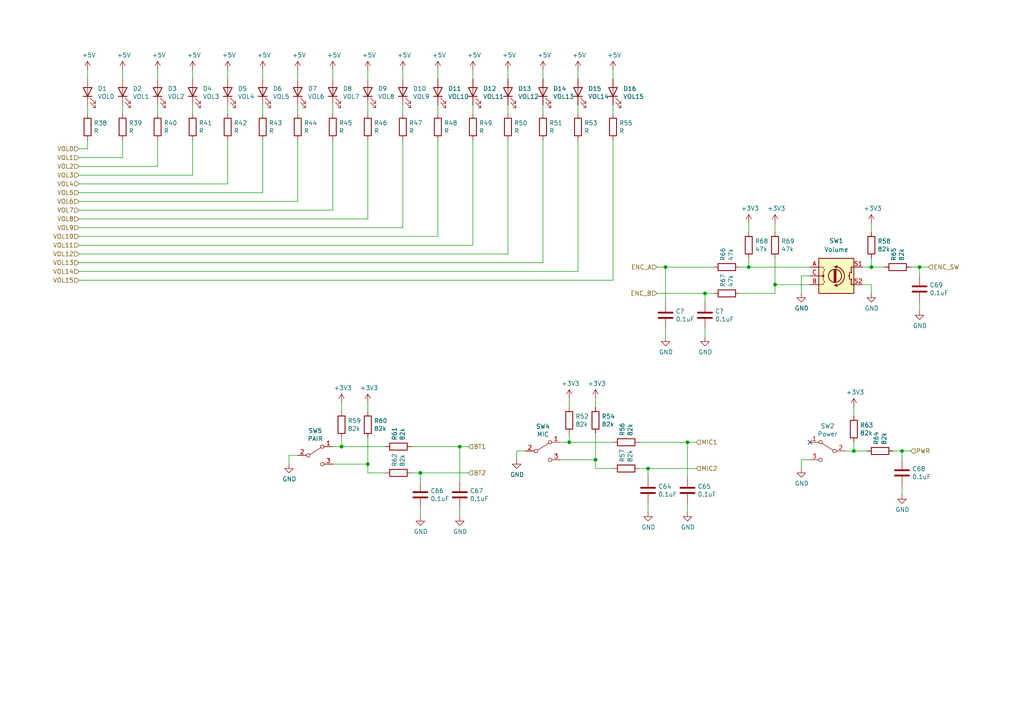
<source format=kicad_sch>
(kicad_sch (version 20201015) (generator eeschema)
  (page 1 7)
  (paper "A4")
  (lib_symbols
    (symbol "Device:C" (pin_numbers hide) (pin_names (offset 0.254))
      (property "Reference" "C" (at 0.635 2.54 0))
      (property "Value" "C" (at 0.635 -2.54 0))
      (symbol "C_0_1"
        (polyline (pts (xy -2.032 -0.762) (xy 2.032 -0.762)) (stroke (width 0.508)))
        (polyline (pts (xy -2.032 0.762) (xy 2.032 0.762)) (stroke (width 0.508)))
      )
      (symbol "C_1_1"
        (pin passive line (at 0 3.81 270) (length 2.794) (name "~") (number "1"))
        (pin passive line (at 0 -3.81 90) (length 2.794) (name "~") (number "2"))
      )
    )
    (symbol "Device:LED" (pin_numbers hide) (pin_names (offset 1.016) hide)
      (property "Reference" "D" (at 0 2.54 0))
      (property "Value" "LED" (at 0 -2.54 0))
      (symbol "LED_0_1"
        (polyline (pts (xy -1.27 -1.27) (xy -1.27 1.27)) (stroke (width 0.254)))
        (polyline (pts (xy -1.27 0) (xy 1.27 0)))
        (polyline (pts (xy 1.27 -1.27) (xy 1.27 1.27) (xy -1.27 0) (xy 1.27 -1.27)) (stroke (width 0.254)))
        (polyline (pts (xy -3.048 -0.762) (xy -4.572 -2.286) (xy -3.81 -2.286) (xy -4.572 -2.286) (xy -4.572 -1.524)))
        (polyline (pts (xy -1.778 -0.762) (xy -3.302 -2.286) (xy -2.54 -2.286) (xy -3.302 -2.286) (xy -3.302 -1.524)))
      )
      (symbol "LED_1_1"
        (pin passive line (at -3.81 0 0) (length 2.54) (name "K") (number "1"))
        (pin passive line (at 3.81 0 180) (length 2.54) (name "A") (number "2"))
      )
    )
    (symbol "Device:R" (pin_numbers hide) (pin_names (offset 0))
      (property "Reference" "R" (at 2.032 0 90))
      (property "Value" "R" (at 0 0 90))
      (symbol "R_0_1"
        (rectangle (start -1.016 -2.54) (end 1.016 2.54) (stroke (width 0.254)))
      )
      (symbol "R_1_1"
        (pin passive line (at 0 3.81 270) (length 1.27) (name "~") (number "1"))
        (pin passive line (at 0 -3.81 90) (length 1.27) (name "~") (number "2"))
      )
    )
    (symbol "Device:RotaryEncoder_Switch" (pin_names (offset 0.254) hide)
      (property "Reference" "SW" (at 0 6.604 0))
      (property "Value" "RotaryEncoder_Switch" (at 0 -6.604 0))
      (symbol "RotaryEncoder_Switch_0_1"
        (arc (start -0.381 -2.794) (end -0.381 2.667) (radius (at -0.381 -0.0508) (length 2.7432) (angles -89.9 89.9)) (stroke (width 0.254)))
        (circle (center -3.81 0) (radius 0.254) (fill (type outline)))
        (circle (center -0.381 0) (radius 1.905) (stroke (width 0.254)))
        (circle (center 4.318 -1.016) (radius 0.127) (stroke (width 0.254)))
        (circle (center 4.318 1.016) (radius 0.127) (stroke (width 0.254)))
        (rectangle (start -5.08 5.08) (end 5.08 -5.08) (stroke (width 0.254)) (fill (type background)))
        (polyline (pts (xy -0.635 -1.778) (xy -0.635 1.778)) (stroke (width 0.254)))
        (polyline (pts (xy -0.381 -1.778) (xy -0.381 1.778)) (stroke (width 0.254)))
        (polyline (pts (xy -0.127 1.778) (xy -0.127 -1.778)) (stroke (width 0.254)))
        (polyline (pts (xy 3.81 0) (xy 3.429 0)) (stroke (width 0.254)))
        (polyline (pts (xy 3.81 1.016) (xy 3.81 -1.016)) (stroke (width 0.254)))
        (polyline (pts (xy -5.08 -2.54) (xy -3.81 -2.54) (xy -3.81 -2.032)))
        (polyline (pts (xy -5.08 2.54) (xy -3.81 2.54) (xy -3.81 2.032)))
        (polyline (pts (xy 0.254 -3.048) (xy -0.508 -2.794) (xy 0.127 -2.413)) (stroke (width 0.254)))
        (polyline (pts (xy 0.254 2.921) (xy -0.508 2.667) (xy 0.127 2.286)) (stroke (width 0.254)))
        (polyline (pts (xy 5.08 -2.54) (xy 4.318 -2.54) (xy 4.318 -1.016)) (stroke (width 0.254)))
        (polyline (pts (xy 5.08 2.54) (xy 4.318 2.54) (xy 4.318 1.016)) (stroke (width 0.254)))
        (polyline (pts (xy -5.08 0) (xy -3.81 0) (xy -3.81 -1.016) (xy -3.302 -2.032)))
        (polyline (pts (xy -4.318 0) (xy -3.81 0) (xy -3.81 1.016) (xy -3.302 2.032)))
      )
      (symbol "RotaryEncoder_Switch_1_1"
        (pin passive line (at -7.62 2.54 0) (length 2.54) (name "A") (number "A"))
        (pin passive line (at -7.62 -2.54 0) (length 2.54) (name "B") (number "B"))
        (pin passive line (at -7.62 0 0) (length 2.54) (name "C") (number "C"))
        (pin passive line (at 7.62 2.54 180) (length 2.54) (name "S1") (number "S1"))
        (pin passive line (at 7.62 -2.54 180) (length 2.54) (name "S2") (number "S2"))
      )
    )
    (symbol "Switch:SW_SPDT" (pin_names (offset 0) hide)
      (property "Reference" "SW" (at 0 4.318 0))
      (property "Value" "SW_SPDT" (at 0 -5.08 0))
      (symbol "SW_SPDT_0_0"
        (circle (center -2.032 0) (radius 0.508))
        (circle (center 2.032 -2.54) (radius 0.508))
      )
      (symbol "SW_SPDT_0_1"
        (circle (center 2.032 2.54) (radius 0.508))
        (polyline (pts (xy -1.524 0.254) (xy 1.651 2.286)))
      )
      (symbol "SW_SPDT_1_1"
        (pin passive line (at 5.08 2.54 180) (length 2.54) (name "A") (number "1"))
        (pin passive line (at -5.08 0 0) (length 2.54) (name "B") (number "2"))
        (pin passive line (at 5.08 -2.54 180) (length 2.54) (name "C") (number "3"))
      )
    )
    (symbol "power:+3V3" (power) (pin_names (offset 0))
      (property "Value" "+3V3" (at 0 3.556 0))
      (symbol "+3V3_0_1"
        (polyline (pts (xy -0.762 1.27) (xy 0 2.54)))
        (polyline (pts (xy 0 0) (xy 0 2.54)))
        (polyline (pts (xy 0 2.54) (xy 0.762 1.27)))
      )
      (symbol "+3V3_1_1"
        (pin power_in line (at 0 0 90) (length 0) hide (name "+3V3") (number "1"))
      )
    )
    (symbol "power:+5V" (power) (pin_names (offset 0))
      (property "Value" "+5V" (at 0 3.556 0))
      (symbol "+5V_0_1"
        (polyline (pts (xy -0.762 1.27) (xy 0 2.54)))
        (polyline (pts (xy 0 0) (xy 0 2.54)))
        (polyline (pts (xy 0 2.54) (xy 0.762 1.27)))
      )
      (symbol "+5V_1_1"
        (pin power_in line (at 0 0 90) (length 0) hide (name "+5V") (number "1"))
      )
    )
    (symbol "power:GND" (power) (pin_names (offset 0))
      (property "Value" "GND" (at 0 -3.81 0))
      (symbol "GND_0_1"
        (polyline (pts (xy 0 0) (xy 0 -1.27) (xy 1.27 -1.27) (xy 0 -2.54) (xy -1.27 -1.27) (xy 0 -1.27)))
      )
      (symbol "GND_1_1"
        (pin power_in line (at 0 0 270) (length 0) hide (name "GND") (number "1"))
      )
    )
  )
  (junction (at 99.06 129.54) (diameter 0.9144))
  (junction (at 106.68 134.62) (diameter 0.9144))
  (junction (at 121.92 137.16) (diameter 0.9144))
  (junction (at 133.35 129.54) (diameter 0.9144))
  (junction (at 165.1 128.27) (diameter 0.9144))
  (junction (at 172.72 133.35) (diameter 0.9144))
  (junction (at 187.96 135.89) (diameter 0.9144))
  (junction (at 193.04 77.47) (diameter 0.9144))
  (junction (at 199.39 128.27) (diameter 0.9144))
  (junction (at 204.47 85.09) (diameter 0.9144))
  (junction (at 217.17 77.47) (diameter 0.9144))
  (junction (at 224.79 82.55) (diameter 0.9144))
  (junction (at 247.65 130.81) (diameter 0.9144))
  (junction (at 252.73 77.47) (diameter 0.9144))
  (junction (at 261.62 130.81) (diameter 0.9144))
  (junction (at 266.7 77.47) (diameter 0.9144))
  (no_connect (at 234.95 128.27))
  (wire (pts (xy 22.86 43.18) (xy 25.4 43.18)))
  (wire (pts (xy 22.86 45.72) (xy 35.56 45.72)))
  (wire (pts (xy 22.86 48.26) (xy 45.72 48.26)))
  (wire (pts (xy 22.86 50.8) (xy 55.88 50.8)))
  (wire (pts (xy 22.86 53.34) (xy 66.04 53.34)))
  (wire (pts (xy 22.86 55.88) (xy 76.2 55.88)))
  (wire (pts (xy 22.86 58.42) (xy 86.36 58.42)))
  (wire (pts (xy 22.86 60.96) (xy 96.52 60.96)))
  (wire (pts (xy 22.86 66.04) (xy 116.84 66.04)))
  (wire (pts (xy 22.86 71.12) (xy 137.16 71.12)))
  (wire (pts (xy 22.86 76.2) (xy 157.48 76.2)))
  (wire (pts (xy 22.86 78.74) (xy 167.64 78.74)))
  (wire (pts (xy 22.86 81.28) (xy 177.8 81.28)))
  (wire (pts (xy 25.4 20.32) (xy 25.4 22.86)))
  (wire (pts (xy 25.4 30.48) (xy 25.4 33.02)))
  (wire (pts (xy 25.4 43.18) (xy 25.4 40.64)))
  (wire (pts (xy 35.56 20.32) (xy 35.56 22.86)))
  (wire (pts (xy 35.56 30.48) (xy 35.56 33.02)))
  (wire (pts (xy 35.56 45.72) (xy 35.56 40.64)))
  (wire (pts (xy 45.72 20.32) (xy 45.72 22.86)))
  (wire (pts (xy 45.72 30.48) (xy 45.72 33.02)))
  (wire (pts (xy 45.72 48.26) (xy 45.72 40.64)))
  (wire (pts (xy 55.88 20.32) (xy 55.88 22.86)))
  (wire (pts (xy 55.88 30.48) (xy 55.88 33.02)))
  (wire (pts (xy 55.88 50.8) (xy 55.88 40.64)))
  (wire (pts (xy 66.04 20.32) (xy 66.04 22.86)))
  (wire (pts (xy 66.04 30.48) (xy 66.04 33.02)))
  (wire (pts (xy 66.04 53.34) (xy 66.04 40.64)))
  (wire (pts (xy 76.2 20.32) (xy 76.2 22.86)))
  (wire (pts (xy 76.2 30.48) (xy 76.2 33.02)))
  (wire (pts (xy 76.2 55.88) (xy 76.2 40.64)))
  (wire (pts (xy 83.82 132.08) (xy 83.82 134.62)))
  (wire (pts (xy 83.82 132.08) (xy 86.36 132.08)))
  (wire (pts (xy 86.36 20.32) (xy 86.36 22.86)))
  (wire (pts (xy 86.36 30.48) (xy 86.36 33.02)))
  (wire (pts (xy 86.36 58.42) (xy 86.36 40.64)))
  (wire (pts (xy 96.52 20.32) (xy 96.52 22.86)))
  (wire (pts (xy 96.52 30.48) (xy 96.52 33.02)))
  (wire (pts (xy 96.52 60.96) (xy 96.52 40.64)))
  (wire (pts (xy 96.52 129.54) (xy 99.06 129.54)))
  (wire (pts (xy 96.52 134.62) (xy 106.68 134.62)))
  (wire (pts (xy 99.06 116.84) (xy 99.06 119.38)))
  (wire (pts (xy 99.06 127) (xy 99.06 129.54)))
  (wire (pts (xy 99.06 129.54) (xy 111.76 129.54)))
  (wire (pts (xy 106.68 20.32) (xy 106.68 22.86)))
  (wire (pts (xy 106.68 30.48) (xy 106.68 33.02)))
  (wire (pts (xy 106.68 40.64) (xy 106.68 63.5)))
  (wire (pts (xy 106.68 63.5) (xy 22.86 63.5)))
  (wire (pts (xy 106.68 116.84) (xy 106.68 119.38)))
  (wire (pts (xy 106.68 134.62) (xy 106.68 127)))
  (wire (pts (xy 106.68 134.62) (xy 106.68 137.16)))
  (wire (pts (xy 106.68 137.16) (xy 111.76 137.16)))
  (wire (pts (xy 116.84 20.32) (xy 116.84 22.86)))
  (wire (pts (xy 116.84 30.48) (xy 116.84 33.02)))
  (wire (pts (xy 116.84 66.04) (xy 116.84 40.64)))
  (wire (pts (xy 121.92 137.16) (xy 119.38 137.16)))
  (wire (pts (xy 121.92 137.16) (xy 135.89 137.16)))
  (wire (pts (xy 121.92 139.7) (xy 121.92 137.16)))
  (wire (pts (xy 121.92 147.32) (xy 121.92 149.86)))
  (wire (pts (xy 127 20.32) (xy 127 22.86)))
  (wire (pts (xy 127 30.48) (xy 127 33.02)))
  (wire (pts (xy 127 40.64) (xy 127 68.58)))
  (wire (pts (xy 127 68.58) (xy 22.86 68.58)))
  (wire (pts (xy 133.35 129.54) (xy 119.38 129.54)))
  (wire (pts (xy 133.35 129.54) (xy 135.89 129.54)))
  (wire (pts (xy 133.35 139.7) (xy 133.35 129.54)))
  (wire (pts (xy 133.35 147.32) (xy 133.35 149.86)))
  (wire (pts (xy 137.16 20.32) (xy 137.16 22.86)))
  (wire (pts (xy 137.16 30.48) (xy 137.16 33.02)))
  (wire (pts (xy 137.16 71.12) (xy 137.16 40.64)))
  (wire (pts (xy 147.32 20.32) (xy 147.32 22.86)))
  (wire (pts (xy 147.32 30.48) (xy 147.32 33.02)))
  (wire (pts (xy 147.32 40.64) (xy 147.32 73.66)))
  (wire (pts (xy 147.32 73.66) (xy 22.86 73.66)))
  (wire (pts (xy 149.86 130.81) (xy 149.86 133.35)))
  (wire (pts (xy 149.86 130.81) (xy 152.4 130.81)))
  (wire (pts (xy 157.48 20.32) (xy 157.48 22.86)))
  (wire (pts (xy 157.48 30.48) (xy 157.48 33.02)))
  (wire (pts (xy 157.48 76.2) (xy 157.48 40.64)))
  (wire (pts (xy 162.56 128.27) (xy 165.1 128.27)))
  (wire (pts (xy 162.56 133.35) (xy 172.72 133.35)))
  (wire (pts (xy 165.1 115.57) (xy 165.1 118.11)))
  (wire (pts (xy 165.1 125.73) (xy 165.1 128.27)))
  (wire (pts (xy 165.1 128.27) (xy 177.8 128.27)))
  (wire (pts (xy 167.64 20.32) (xy 167.64 22.86)))
  (wire (pts (xy 167.64 30.48) (xy 167.64 33.02)))
  (wire (pts (xy 167.64 78.74) (xy 167.64 40.64)))
  (wire (pts (xy 172.72 115.57) (xy 172.72 118.11)))
  (wire (pts (xy 172.72 133.35) (xy 172.72 125.73)))
  (wire (pts (xy 172.72 133.35) (xy 172.72 135.89)))
  (wire (pts (xy 172.72 135.89) (xy 177.8 135.89)))
  (wire (pts (xy 177.8 20.32) (xy 177.8 22.86)))
  (wire (pts (xy 177.8 30.48) (xy 177.8 33.02)))
  (wire (pts (xy 177.8 81.28) (xy 177.8 40.64)))
  (wire (pts (xy 187.96 135.89) (xy 185.42 135.89)))
  (wire (pts (xy 187.96 135.89) (xy 201.93 135.89)))
  (wire (pts (xy 187.96 138.43) (xy 187.96 135.89)))
  (wire (pts (xy 187.96 146.05) (xy 187.96 148.59)))
  (wire (pts (xy 190.5 77.47) (xy 193.04 77.47)))
  (wire (pts (xy 190.5 85.09) (xy 204.47 85.09)))
  (wire (pts (xy 193.04 77.47) (xy 193.04 87.63)))
  (wire (pts (xy 193.04 77.47) (xy 207.01 77.47)))
  (wire (pts (xy 193.04 95.25) (xy 193.04 97.79)))
  (wire (pts (xy 199.39 128.27) (xy 185.42 128.27)))
  (wire (pts (xy 199.39 128.27) (xy 201.93 128.27)))
  (wire (pts (xy 199.39 138.43) (xy 199.39 128.27)))
  (wire (pts (xy 199.39 146.05) (xy 199.39 148.59)))
  (wire (pts (xy 204.47 85.09) (xy 204.47 87.63)))
  (wire (pts (xy 204.47 85.09) (xy 207.01 85.09)))
  (wire (pts (xy 204.47 95.25) (xy 204.47 97.79)))
  (wire (pts (xy 214.63 77.47) (xy 217.17 77.47)))
  (wire (pts (xy 217.17 64.77) (xy 217.17 67.31)))
  (wire (pts (xy 217.17 77.47) (xy 217.17 74.93)))
  (wire (pts (xy 217.17 77.47) (xy 234.95 77.47)))
  (wire (pts (xy 224.79 64.77) (xy 224.79 67.31)))
  (wire (pts (xy 224.79 74.93) (xy 224.79 82.55)))
  (wire (pts (xy 224.79 82.55) (xy 224.79 85.09)))
  (wire (pts (xy 224.79 82.55) (xy 234.95 82.55)))
  (wire (pts (xy 224.79 85.09) (xy 214.63 85.09)))
  (wire (pts (xy 232.41 80.01) (xy 232.41 85.09)))
  (wire (pts (xy 232.41 80.01) (xy 234.95 80.01)))
  (wire (pts (xy 232.41 133.35) (xy 232.41 135.89)))
  (wire (pts (xy 232.41 133.35) (xy 234.95 133.35)))
  (wire (pts (xy 245.11 130.81) (xy 247.65 130.81)))
  (wire (pts (xy 247.65 118.11) (xy 247.65 120.65)))
  (wire (pts (xy 247.65 128.27) (xy 247.65 130.81)))
  (wire (pts (xy 247.65 130.81) (xy 251.46 130.81)))
  (wire (pts (xy 250.19 77.47) (xy 252.73 77.47)))
  (wire (pts (xy 250.19 82.55) (xy 252.73 82.55)))
  (wire (pts (xy 252.73 64.77) (xy 252.73 67.31)))
  (wire (pts (xy 252.73 74.93) (xy 252.73 77.47)))
  (wire (pts (xy 252.73 77.47) (xy 256.54 77.47)))
  (wire (pts (xy 252.73 82.55) (xy 252.73 85.09)))
  (wire (pts (xy 261.62 130.81) (xy 259.08 130.81)))
  (wire (pts (xy 261.62 130.81) (xy 264.16 130.81)))
  (wire (pts (xy 261.62 133.35) (xy 261.62 130.81)))
  (wire (pts (xy 261.62 140.97) (xy 261.62 143.51)))
  (wire (pts (xy 266.7 77.47) (xy 264.16 77.47)))
  (wire (pts (xy 266.7 77.47) (xy 269.24 77.47)))
  (wire (pts (xy 266.7 80.01) (xy 266.7 77.47)))
  (wire (pts (xy 266.7 87.63) (xy 266.7 90.17)))
  (hierarchical_label "VOL0" (shape input) (at 22.86 43.18 180))
  (hierarchical_label "VOL1" (shape input) (at 22.86 45.72 180))
  (hierarchical_label "VOL2" (shape input) (at 22.86 48.26 180))
  (hierarchical_label "VOL3" (shape input) (at 22.86 50.8 180))
  (hierarchical_label "VOL4" (shape input) (at 22.86 53.34 180))
  (hierarchical_label "VOL5" (shape input) (at 22.86 55.88 180))
  (hierarchical_label "VOL6" (shape input) (at 22.86 58.42 180))
  (hierarchical_label "VOL7" (shape input) (at 22.86 60.96 180))
  (hierarchical_label "VOL8" (shape input) (at 22.86 63.5 180))
  (hierarchical_label "VOL9" (shape input) (at 22.86 66.04 180))
  (hierarchical_label "VOL10" (shape input) (at 22.86 68.58 180))
  (hierarchical_label "VOL11" (shape input) (at 22.86 71.12 180))
  (hierarchical_label "VOL12" (shape input) (at 22.86 73.66 180))
  (hierarchical_label "VOL13" (shape input) (at 22.86 76.2 180))
  (hierarchical_label "VOL14" (shape input) (at 22.86 78.74 180))
  (hierarchical_label "VOL15" (shape input) (at 22.86 81.28 180))
  (hierarchical_label "BT1" (shape input) (at 135.89 129.54 0))
  (hierarchical_label "BT2" (shape input) (at 135.89 137.16 0))
  (hierarchical_label "ENC_A" (shape input) (at 190.5 77.47 180))
  (hierarchical_label "ENC_B" (shape input) (at 190.5 85.09 180))
  (hierarchical_label "MIC1" (shape input) (at 201.93 128.27 0))
  (hierarchical_label "MIC2" (shape input) (at 201.93 135.89 0))
  (hierarchical_label "PWR" (shape input) (at 264.16 130.81 0))
  (hierarchical_label "ENC_SW" (shape input) (at 269.24 77.47 0))
  (symbol (lib_id "power:+5V") (at 25.4 20.32 0) (unit 1)
    (property "Reference" "#PWR0193" (effects hide))
    (property "Value" "+5V" (at 25.7683 15.9956 0))
  )
  (symbol (lib_id "power:+5V") (at 35.56 20.32 0) (unit 1)
    (property "Reference" "#PWR0194" (effects hide))
    (property "Value" "+5V" (at 35.9283 15.9956 0))
  )
  (symbol (lib_id "power:+5V") (at 45.72 20.32 0) (unit 1)
    (property "Reference" "#PWR0190" (effects hide))
    (property "Value" "+5V" (at 46.0883 15.9956 0))
  )
  (symbol (lib_id "power:+5V") (at 55.88 20.32 0) (unit 1)
    (property "Reference" "#PWR0188" (effects hide))
    (property "Value" "+5V" (at 56.2483 15.9956 0))
  )
  (symbol (lib_id "power:+5V") (at 66.04 20.32 0) (unit 1)
    (property "Reference" "#PWR0189" (effects hide))
    (property "Value" "+5V" (at 66.4083 15.9956 0))
  )
  (symbol (lib_id "power:+5V") (at 76.2 20.32 0) (unit 1)
    (property "Reference" "#PWR0186" (effects hide))
    (property "Value" "+5V" (at 76.5683 15.9956 0))
  )
  (symbol (lib_id "power:+5V") (at 86.36 20.32 0) (unit 1)
    (property "Reference" "#PWR0187" (effects hide))
    (property "Value" "+5V" (at 86.7283 15.9956 0))
  )
  (symbol (lib_id "power:+5V") (at 96.52 20.32 0) (unit 1)
    (property "Reference" "#PWR0192" (effects hide))
    (property "Value" "+5V" (at 96.8883 15.9956 0))
  )
  (symbol (lib_id "power:+3V3") (at 99.06 116.84 0) (unit 1)
    (property "Reference" "#PWR0203" (effects hide))
    (property "Value" "+3V3" (at 99.4283 112.5156 0))
  )
  (symbol (lib_id "power:+5V") (at 106.68 20.32 0) (unit 1)
    (property "Reference" "#PWR0191" (effects hide))
    (property "Value" "+5V" (at 107.0483 15.9956 0))
  )
  (symbol (lib_id "power:+3V3") (at 106.68 116.84 0) (unit 1)
    (property "Reference" "#PWR0202" (effects hide))
    (property "Value" "+3V3" (at 107.0483 112.5156 0))
  )
  (symbol (lib_id "power:+5V") (at 116.84 20.32 0) (unit 1)
    (property "Reference" "#PWR0183" (effects hide))
    (property "Value" "+5V" (at 117.2083 15.9956 0))
  )
  (symbol (lib_id "power:+5V") (at 127 20.32 0) (unit 1)
    (property "Reference" "#PWR0185" (effects hide))
    (property "Value" "+5V" (at 127.3683 15.9956 0))
  )
  (symbol (lib_id "power:+5V") (at 137.16 20.32 0) (unit 1)
    (property "Reference" "#PWR0184" (effects hide))
    (property "Value" "+5V" (at 137.5283 15.9956 0))
  )
  (symbol (lib_id "power:+5V") (at 147.32 20.32 0) (unit 1)
    (property "Reference" "#PWR0179" (effects hide))
    (property "Value" "+5V" (at 147.6883 15.9956 0))
  )
  (symbol (lib_id "power:+5V") (at 157.48 20.32 0) (unit 1)
    (property "Reference" "#PWR0180" (effects hide))
    (property "Value" "+5V" (at 157.8483 15.9956 0))
  )
  (symbol (lib_id "power:+3V3") (at 165.1 115.57 0) (unit 1)
    (property "Reference" "#PWR0195" (effects hide))
    (property "Value" "+3V3" (at 165.4683 111.2456 0))
  )
  (symbol (lib_id "power:+5V") (at 167.64 20.32 0) (unit 1)
    (property "Reference" "#PWR0181" (effects hide))
    (property "Value" "+5V" (at 168.0083 15.9956 0))
  )
  (symbol (lib_id "power:+3V3") (at 172.72 115.57 0) (unit 1)
    (property "Reference" "#PWR0196" (effects hide))
    (property "Value" "+3V3" (at 173.0883 111.2456 0))
  )
  (symbol (lib_id "power:+5V") (at 177.8 20.32 0) (unit 1)
    (property "Reference" "#PWR0182" (effects hide))
    (property "Value" "+5V" (at 178.1683 15.9956 0))
  )
  (symbol (lib_id "power:+3V3") (at 217.17 64.77 0) (unit 1)
    (property "Reference" "#PWR0210" (effects hide))
    (property "Value" "+3V3" (at 217.5383 60.4456 0))
  )
  (symbol (lib_id "power:+3V3") (at 224.79 64.77 0) (unit 1)
    (property "Reference" "#PWR0211" (effects hide))
    (property "Value" "+3V3" (at 225.1583 60.4456 0))
  )
  (symbol (lib_id "power:+3V3") (at 247.65 118.11 0) (unit 1)
    (property "Reference" "#PWR0206" (effects hide))
    (property "Value" "+3V3" (at 248.0183 113.7856 0))
  )
  (symbol (lib_id "power:+3V3") (at 252.73 64.77 0) (unit 1)
    (property "Reference" "#PWR0207" (effects hide))
    (property "Value" "+3V3" (at 253.0983 60.4456 0))
  )
  (symbol (lib_id "power:GND") (at 83.82 134.62 0) (unit 1)
    (property "Reference" "#PWR0178" (effects hide))
    (property "Value" "GND" (at 83.9343 138.9444 0))
  )
  (symbol (lib_id "power:GND") (at 121.92 149.86 0) (unit 1)
    (property "Reference" "#PWR0197" (effects hide))
    (property "Value" "GND" (at 122.0343 154.1844 0))
  )
  (symbol (lib_id "power:GND") (at 133.35 149.86 0) (unit 1)
    (property "Reference" "#PWR0201" (effects hide))
    (property "Value" "GND" (at 133.4643 154.1844 0))
  )
  (symbol (lib_id "power:GND") (at 149.86 133.35 0) (unit 1)
    (property "Reference" "#PWR0162" (effects hide))
    (property "Value" "GND" (at 149.9743 137.6744 0))
  )
  (symbol (lib_id "power:GND") (at 187.96 148.59 0) (unit 1)
    (property "Reference" "#PWR0199" (effects hide))
    (property "Value" "GND" (at 188.0743 152.9144 0))
  )
  (symbol (lib_id "power:GND") (at 193.04 97.79 0) (unit 1)
    (property "Reference" "#PWR?" (effects hide))
    (property "Value" "GND" (at 193.1543 102.1144 0))
  )
  (symbol (lib_id "power:GND") (at 199.39 148.59 0) (unit 1)
    (property "Reference" "#PWR0200" (effects hide))
    (property "Value" "GND" (at 199.5043 152.9144 0))
  )
  (symbol (lib_id "power:GND") (at 204.47 97.79 0) (unit 1)
    (property "Reference" "#PWR?" (effects hide))
    (property "Value" "GND" (at 204.5843 102.1144 0))
  )
  (symbol (lib_id "power:GND") (at 232.41 85.09 0) (unit 1)
    (property "Reference" "#PWR0198" (effects hide))
    (property "Value" "GND" (at 232.5243 89.4144 0))
  )
  (symbol (lib_id "power:GND") (at 232.41 135.89 0) (unit 1)
    (property "Reference" "#PWR0204" (effects hide))
    (property "Value" "GND" (at 232.5243 140.2144 0))
  )
  (symbol (lib_id "power:GND") (at 252.73 85.09 0) (unit 1)
    (property "Reference" "#PWR0208" (effects hide))
    (property "Value" "GND" (at 252.8443 89.4144 0))
  )
  (symbol (lib_id "power:GND") (at 261.62 143.51 0) (unit 1)
    (property "Reference" "#PWR0205" (effects hide))
    (property "Value" "GND" (at 261.7343 147.8344 0))
  )
  (symbol (lib_id "power:GND") (at 266.7 90.17 0) (unit 1)
    (property "Reference" "#PWR0209" (effects hide))
    (property "Value" "GND" (at 266.8143 94.4944 0))
  )
  (symbol (lib_id "Device:R") (at 25.4 36.83 0) (unit 1)
    (property "Reference" "R38" (at 27.1781 35.6806 0) (effects (justify left)))
    (property "Value" "R" (at 27.1781 37.9793 0) (effects (justify left)))
    (property "Footprint" "Resistor_SMD:R_0603_1608Metric" (effects hide))
  )
  (symbol (lib_id "Device:R") (at 35.56 36.83 0) (unit 1)
    (property "Reference" "R39" (at 37.3381 35.6806 0) (effects (justify left)))
    (property "Value" "R" (at 37.3381 37.9793 0) (effects (justify left)))
    (property "Footprint" "Resistor_SMD:R_0603_1608Metric" (effects hide))
  )
  (symbol (lib_id "Device:R") (at 45.72 36.83 0) (unit 1)
    (property "Reference" "R40" (at 47.4981 35.6806 0) (effects (justify left)))
    (property "Value" "R" (at 47.4981 37.9793 0) (effects (justify left)))
    (property "Footprint" "Resistor_SMD:R_0603_1608Metric" (effects hide))
  )
  (symbol (lib_id "Device:R") (at 55.88 36.83 0) (unit 1)
    (property "Reference" "R41" (at 57.6581 35.6806 0) (effects (justify left)))
    (property "Value" "R" (at 57.6581 37.9793 0) (effects (justify left)))
    (property "Footprint" "Resistor_SMD:R_0603_1608Metric" (effects hide))
  )
  (symbol (lib_id "Device:R") (at 66.04 36.83 0) (unit 1)
    (property "Reference" "R42" (at 67.8181 35.6806 0) (effects (justify left)))
    (property "Value" "R" (at 67.8181 37.9793 0) (effects (justify left)))
    (property "Footprint" "Resistor_SMD:R_0603_1608Metric" (effects hide))
  )
  (symbol (lib_id "Device:R") (at 76.2 36.83 0) (unit 1)
    (property "Reference" "R43" (at 77.9781 35.6806 0) (effects (justify left)))
    (property "Value" "R" (at 77.9781 37.9793 0) (effects (justify left)))
    (property "Footprint" "Resistor_SMD:R_0603_1608Metric" (effects hide))
  )
  (symbol (lib_id "Device:R") (at 86.36 36.83 0) (unit 1)
    (property "Reference" "R44" (at 88.1381 35.6806 0) (effects (justify left)))
    (property "Value" "R" (at 88.1381 37.9793 0) (effects (justify left)))
    (property "Footprint" "Resistor_SMD:R_0603_1608Metric" (effects hide))
  )
  (symbol (lib_id "Device:R") (at 96.52 36.83 0) (unit 1)
    (property "Reference" "R45" (at 98.2981 35.6806 0) (effects (justify left)))
    (property "Value" "R" (at 98.2981 37.9793 0) (effects (justify left)))
    (property "Footprint" "Resistor_SMD:R_0603_1608Metric" (effects hide))
  )
  (symbol (lib_id "Device:R") (at 99.06 123.19 0) (unit 1)
    (property "Reference" "R59" (at 100.8381 122.0406 0) (effects (justify left)))
    (property "Value" "82k" (at 100.838 124.339 0) (effects (justify left)))
    (property "Footprint" "Resistor_SMD:R_0603_1608Metric" (effects hide))
  )
  (symbol (lib_id "Device:R") (at 106.68 36.83 0) (unit 1)
    (property "Reference" "R46" (at 108.4581 35.6806 0) (effects (justify left)))
    (property "Value" "R" (at 108.4581 37.9793 0) (effects (justify left)))
    (property "Footprint" "Resistor_SMD:R_0603_1608Metric" (effects hide))
  )
  (symbol (lib_id "Device:R") (at 106.68 123.19 0) (unit 1)
    (property "Reference" "R60" (at 108.4581 122.0406 0) (effects (justify left)))
    (property "Value" "82k" (at 108.458 124.339 0) (effects (justify left)))
    (property "Footprint" "Resistor_SMD:R_0603_1608Metric" (effects hide))
  )
  (symbol (lib_id "Device:R") (at 115.57 129.54 90) (unit 1)
    (property "Reference" "R61" (at 114.4206 127.7619 0) (effects (justify left)))
    (property "Value" "82k" (at 116.719 127.762 0) (effects (justify left)))
    (property "Footprint" "Resistor_SMD:R_0603_1608Metric" (effects hide))
  )
  (symbol (lib_id "Device:R") (at 115.57 137.16 90) (unit 1)
    (property "Reference" "R62" (at 114.4206 135.3819 0) (effects (justify left)))
    (property "Value" "82k" (at 116.719 135.382 0) (effects (justify left)))
    (property "Footprint" "Resistor_SMD:R_0603_1608Metric" (effects hide))
  )
  (symbol (lib_id "Device:R") (at 116.84 36.83 0) (unit 1)
    (property "Reference" "R47" (at 118.6181 35.6806 0) (effects (justify left)))
    (property "Value" "R" (at 118.6181 37.9793 0) (effects (justify left)))
    (property "Footprint" "Resistor_SMD:R_0603_1608Metric" (effects hide))
  )
  (symbol (lib_id "Device:R") (at 127 36.83 0) (unit 1)
    (property "Reference" "R48" (at 128.7781 35.6806 0) (effects (justify left)))
    (property "Value" "R" (at 128.7781 37.9793 0) (effects (justify left)))
    (property "Footprint" "Resistor_SMD:R_0603_1608Metric" (effects hide))
  )
  (symbol (lib_id "Device:R") (at 137.16 36.83 0) (unit 1)
    (property "Reference" "R49" (at 138.9381 35.6806 0) (effects (justify left)))
    (property "Value" "R" (at 138.9381 37.9793 0) (effects (justify left)))
    (property "Footprint" "Resistor_SMD:R_0603_1608Metric" (effects hide))
  )
  (symbol (lib_id "Device:R") (at 147.32 36.83 0) (unit 1)
    (property "Reference" "R50" (at 149.0981 35.6806 0) (effects (justify left)))
    (property "Value" "R" (at 149.0981 37.9793 0) (effects (justify left)))
    (property "Footprint" "Resistor_SMD:R_0603_1608Metric" (effects hide))
  )
  (symbol (lib_id "Device:R") (at 157.48 36.83 0) (unit 1)
    (property "Reference" "R51" (at 159.2581 35.6806 0) (effects (justify left)))
    (property "Value" "R" (at 159.2581 37.9793 0) (effects (justify left)))
    (property "Footprint" "Resistor_SMD:R_0603_1608Metric" (effects hide))
  )
  (symbol (lib_id "Device:R") (at 165.1 121.92 0) (unit 1)
    (property "Reference" "R52" (at 166.8781 120.7706 0) (effects (justify left)))
    (property "Value" "82k" (at 166.878 123.069 0) (effects (justify left)))
    (property "Footprint" "Resistor_SMD:R_0603_1608Metric" (effects hide))
  )
  (symbol (lib_id "Device:R") (at 167.64 36.83 0) (unit 1)
    (property "Reference" "R53" (at 169.4181 35.6806 0) (effects (justify left)))
    (property "Value" "R" (at 169.4181 37.9793 0) (effects (justify left)))
    (property "Footprint" "Resistor_SMD:R_0603_1608Metric" (effects hide))
  )
  (symbol (lib_id "Device:R") (at 172.72 121.92 0) (unit 1)
    (property "Reference" "R54" (at 174.4981 120.7706 0) (effects (justify left)))
    (property "Value" "82k" (at 174.498 123.069 0) (effects (justify left)))
    (property "Footprint" "Resistor_SMD:R_0603_1608Metric" (effects hide))
  )
  (symbol (lib_id "Device:R") (at 177.8 36.83 0) (unit 1)
    (property "Reference" "R55" (at 179.5781 35.6806 0) (effects (justify left)))
    (property "Value" "R" (at 179.5781 37.9793 0) (effects (justify left)))
    (property "Footprint" "Resistor_SMD:R_0603_1608Metric" (effects hide))
  )
  (symbol (lib_id "Device:R") (at 181.61 128.27 90) (unit 1)
    (property "Reference" "R56" (at 180.4606 126.4919 0) (effects (justify left)))
    (property "Value" "82k" (at 182.759 126.492 0) (effects (justify left)))
    (property "Footprint" "Resistor_SMD:R_0603_1608Metric" (effects hide))
  )
  (symbol (lib_id "Device:R") (at 181.61 135.89 90) (unit 1)
    (property "Reference" "R57" (at 180.4606 134.1119 0) (effects (justify left)))
    (property "Value" "82k" (at 182.759 134.112 0) (effects (justify left)))
    (property "Footprint" "Resistor_SMD:R_0603_1608Metric" (effects hide))
  )
  (symbol (lib_id "Device:R") (at 210.82 77.47 90) (unit 1)
    (property "Reference" "R66" (at 209.6706 75.6919 0) (effects (justify left)))
    (property "Value" "47k" (at 211.969 75.692 0) (effects (justify left)))
    (property "Footprint" "Resistor_SMD:R_0603_1608Metric" (effects hide))
  )
  (symbol (lib_id "Device:R") (at 210.82 85.09 90) (unit 1)
    (property "Reference" "R67" (at 209.6706 83.3119 0) (effects (justify left)))
    (property "Value" "47k" (at 211.969 83.312 0) (effects (justify left)))
    (property "Footprint" "Resistor_SMD:R_0603_1608Metric" (effects hide))
  )
  (symbol (lib_id "Device:R") (at 217.17 71.12 0) (unit 1)
    (property "Reference" "R68" (at 218.9481 69.9706 0) (effects (justify left)))
    (property "Value" "47k" (at 218.948 72.269 0) (effects (justify left)))
    (property "Footprint" "Resistor_SMD:R_0603_1608Metric" (effects hide))
  )
  (symbol (lib_id "Device:R") (at 224.79 71.12 0) (unit 1)
    (property "Reference" "R69" (at 226.5681 69.9706 0) (effects (justify left)))
    (property "Value" "47k" (at 226.568 72.269 0) (effects (justify left)))
    (property "Footprint" "Resistor_SMD:R_0603_1608Metric" (effects hide))
  )
  (symbol (lib_id "Device:R") (at 247.65 124.46 0) (unit 1)
    (property "Reference" "R63" (at 249.4281 123.3106 0) (effects (justify left)))
    (property "Value" "82k" (at 249.428 125.609 0) (effects (justify left)))
    (property "Footprint" "Resistor_SMD:R_0603_1608Metric" (effects hide))
  )
  (symbol (lib_id "Device:R") (at 252.73 71.12 0) (unit 1)
    (property "Reference" "R58" (at 254.5081 69.9706 0) (effects (justify left)))
    (property "Value" "82k" (at 254.508 72.269 0) (effects (justify left)))
    (property "Footprint" "Resistor_SMD:R_0603_1608Metric" (effects hide))
  )
  (symbol (lib_id "Device:R") (at 255.27 130.81 90) (unit 1)
    (property "Reference" "R64" (at 254.1206 129.0319 0) (effects (justify left)))
    (property "Value" "82k" (at 256.419 129.032 0) (effects (justify left)))
    (property "Footprint" "Resistor_SMD:R_0603_1608Metric" (effects hide))
  )
  (symbol (lib_id "Device:R") (at 260.35 77.47 90) (unit 1)
    (property "Reference" "R65" (at 259.2006 75.6919 0) (effects (justify left)))
    (property "Value" "82k" (at 261.499 75.692 0) (effects (justify left)))
    (property "Footprint" "Resistor_SMD:R_0603_1608Metric" (effects hide))
  )
  (symbol (lib_id "Device:LED") (at 25.4 26.67 90) (unit 1)
    (property "Reference" "D1" (at 28.3211 25.7111 90) (effects (justify right)))
    (property "Value" "VOL0" (at 28.321 28.01 90) (effects (justify right)))
    (property "Footprint" "HackAmp-Footprints:LED_0603_1608Metric_SideView_Inolux" (effects hide))
    (property "Part Name" "Inolux IN-S63AS5B" (effects hide))
  )
  (symbol (lib_id "Device:LED") (at 35.56 26.67 90) (unit 1)
    (property "Reference" "D2" (at 38.4811 25.7111 90) (effects (justify right)))
    (property "Value" "VOL1" (at 38.481 28.01 90) (effects (justify right)))
    (property "Footprint" "HackAmp-Footprints:LED_0603_1608Metric_SideView_Inolux" (effects hide))
    (property "Part Name" "Inolux IN-S63AS5B" (effects hide))
  )
  (symbol (lib_id "Device:LED") (at 45.72 26.67 90) (unit 1)
    (property "Reference" "D3" (at 48.6411 25.7111 90) (effects (justify right)))
    (property "Value" "VOL2" (at 48.641 28.01 90) (effects (justify right)))
    (property "Footprint" "HackAmp-Footprints:LED_0603_1608Metric_SideView_Inolux" (effects hide))
    (property "Part Name" "Inolux IN-S63AS5B" (effects hide))
  )
  (symbol (lib_id "Device:LED") (at 55.88 26.67 90) (unit 1)
    (property "Reference" "D4" (at 58.8011 25.7111 90) (effects (justify right)))
    (property "Value" "VOL3" (at 58.801 28.01 90) (effects (justify right)))
    (property "Footprint" "HackAmp-Footprints:LED_0603_1608Metric_SideView_Inolux" (effects hide))
    (property "Part Name" "Inolux IN-S63AS5B" (effects hide))
  )
  (symbol (lib_id "Device:LED") (at 66.04 26.67 90) (unit 1)
    (property "Reference" "D5" (at 68.9611 25.7111 90) (effects (justify right)))
    (property "Value" "VOL4" (at 68.961 28.01 90) (effects (justify right)))
    (property "Footprint" "HackAmp-Footprints:LED_0603_1608Metric_SideView_Inolux" (effects hide))
    (property "Part Name" "Inolux IN-S63AS5B" (effects hide))
  )
  (symbol (lib_id "Device:LED") (at 76.2 26.67 90) (unit 1)
    (property "Reference" "D6" (at 79.1211 25.7111 90) (effects (justify right)))
    (property "Value" "VOL5" (at 79.121 28.01 90) (effects (justify right)))
    (property "Footprint" "HackAmp-Footprints:LED_0603_1608Metric_SideView_Inolux" (effects hide))
    (property "Part Name" "Inolux IN-S63AS5B" (effects hide))
  )
  (symbol (lib_id "Device:LED") (at 86.36 26.67 90) (unit 1)
    (property "Reference" "D7" (at 89.2811 25.7111 90) (effects (justify right)))
    (property "Value" "VOL6" (at 89.281 28.01 90) (effects (justify right)))
    (property "Footprint" "HackAmp-Footprints:LED_0603_1608Metric_SideView_Inolux" (effects hide))
    (property "Part Name" "Inolux IN-S63AS5B" (effects hide))
  )
  (symbol (lib_id "Device:LED") (at 96.52 26.67 90) (unit 1)
    (property "Reference" "D8" (at 99.4411 25.7111 90) (effects (justify right)))
    (property "Value" "VOL7" (at 99.441 28.01 90) (effects (justify right)))
    (property "Footprint" "HackAmp-Footprints:LED_0603_1608Metric_SideView_Inolux" (effects hide))
    (property "Part Name" "Inolux IN-S63AS5B" (effects hide))
  )
  (symbol (lib_id "Device:LED") (at 106.68 26.67 90) (unit 1)
    (property "Reference" "D9" (at 109.6011 25.7111 90) (effects (justify right)))
    (property "Value" "VOL8" (at 109.601 28.01 90) (effects (justify right)))
    (property "Footprint" "HackAmp-Footprints:LED_0603_1608Metric_SideView_Inolux" (effects hide))
    (property "Part Name" "Inolux IN-S63AS5B" (effects hide))
  )
  (symbol (lib_id "Device:LED") (at 116.84 26.67 90) (unit 1)
    (property "Reference" "D10" (at 119.7611 25.7111 90) (effects (justify right)))
    (property "Value" "VOL9" (at 119.761 28.01 90) (effects (justify right)))
    (property "Footprint" "HackAmp-Footprints:LED_0603_1608Metric_SideView_Inolux" (effects hide))
    (property "Part Name" "Inolux IN-S63AS5B" (effects hide))
  )
  (symbol (lib_id "Device:LED") (at 127 26.67 90) (unit 1)
    (property "Reference" "D11" (at 129.9211 25.7111 90) (effects (justify right)))
    (property "Value" "VOL10" (at 129.921 28.01 90) (effects (justify right)))
    (property "Footprint" "HackAmp-Footprints:LED_0603_1608Metric_SideView_Inolux" (effects hide))
    (property "Part Name" "Inolux IN-S63AS5B" (effects hide))
  )
  (symbol (lib_id "Device:LED") (at 137.16 26.67 90) (unit 1)
    (property "Reference" "D12" (at 140.0811 25.7111 90) (effects (justify right)))
    (property "Value" "VOL11" (at 140.081 28.01 90) (effects (justify right)))
    (property "Footprint" "HackAmp-Footprints:LED_0603_1608Metric_SideView_Inolux" (effects hide))
    (property "Part Name" "Inolux IN-S63AS5B" (effects hide))
  )
  (symbol (lib_id "Device:LED") (at 147.32 26.67 90) (unit 1)
    (property "Reference" "D13" (at 150.2411 25.7111 90) (effects (justify right)))
    (property "Value" "VOL12" (at 150.241 28.01 90) (effects (justify right)))
    (property "Footprint" "HackAmp-Footprints:LED_0603_1608Metric_SideView_Inolux" (effects hide))
    (property "Part Name" "Inolux IN-S63AS5B" (effects hide))
  )
  (symbol (lib_id "Device:LED") (at 157.48 26.67 90) (unit 1)
    (property "Reference" "D14" (at 160.4011 25.7111 90) (effects (justify right)))
    (property "Value" "VOL13" (at 160.401 28.01 90) (effects (justify right)))
    (property "Footprint" "HackAmp-Footprints:LED_0603_1608Metric_SideView_Inolux" (effects hide))
    (property "Part Name" "Inolux IN-S63AS5B" (effects hide))
  )
  (symbol (lib_id "Device:LED") (at 167.64 26.67 90) (unit 1)
    (property "Reference" "D15" (at 170.5611 25.7111 90) (effects (justify right)))
    (property "Value" "VOL14" (at 170.561 28.01 90) (effects (justify right)))
    (property "Footprint" "HackAmp-Footprints:LED_0603_1608Metric_SideView_Inolux" (effects hide))
    (property "Part Name" "Inolux IN-S63AS5B" (effects hide))
  )
  (symbol (lib_id "Device:LED") (at 177.8 26.67 90) (unit 1)
    (property "Reference" "D16" (at 180.7211 25.7111 90) (effects (justify right)))
    (property "Value" "VOL15" (at 180.721 28.01 90) (effects (justify right)))
    (property "Footprint" "HackAmp-Footprints:LED_0603_1608Metric_SideView_Inolux" (effects hide))
    (property "Part Name" "Inolux IN-S63AS5B" (effects hide))
  )
  (symbol (lib_id "Device:C") (at 121.92 143.51 0) (unit 1)
    (property "Reference" "C66" (at 124.8411 142.3606 0) (effects (justify left)))
    (property "Value" "0.1uF" (at 124.841 144.659 0) (effects (justify left)))
    (property "Footprint" "Capacitor_SMD:C_0603_1608Metric" (effects hide))
  )
  (symbol (lib_id "Device:C") (at 133.35 143.51 0) (unit 1)
    (property "Reference" "C67" (at 136.2711 142.3606 0) (effects (justify left)))
    (property "Value" "0.1uF" (at 136.271 144.659 0) (effects (justify left)))
    (property "Footprint" "Capacitor_SMD:C_0603_1608Metric" (effects hide))
  )
  (symbol (lib_id "Device:C") (at 187.96 142.24 0) (unit 1)
    (property "Reference" "C64" (at 190.8811 141.0906 0) (effects (justify left)))
    (property "Value" "0.1uF" (at 190.881 143.389 0) (effects (justify left)))
    (property "Footprint" "Capacitor_SMD:C_0603_1608Metric" (effects hide))
  )
  (symbol (lib_id "Device:C") (at 193.04 91.44 0) (unit 1)
    (property "Reference" "C?" (at 195.9611 90.2906 0) (effects (justify left)))
    (property "Value" "0.1uF" (at 195.961 92.589 0) (effects (justify left)))
    (property "Footprint" "Capacitor_SMD:C_0603_1608Metric" (effects hide))
  )
  (symbol (lib_id "Device:C") (at 199.39 142.24 0) (unit 1)
    (property "Reference" "C65" (at 202.3111 141.0906 0) (effects (justify left)))
    (property "Value" "0.1uF" (at 202.311 143.389 0) (effects (justify left)))
    (property "Footprint" "Capacitor_SMD:C_0603_1608Metric" (effects hide))
  )
  (symbol (lib_id "Device:C") (at 204.47 91.44 0) (unit 1)
    (property "Reference" "C?" (at 207.3911 90.2906 0) (effects (justify left)))
    (property "Value" "0.1uF" (at 207.391 92.589 0) (effects (justify left)))
    (property "Footprint" "Capacitor_SMD:C_0603_1608Metric" (effects hide))
  )
  (symbol (lib_id "Device:C") (at 261.62 137.16 0) (unit 1)
    (property "Reference" "C68" (at 264.5411 136.0106 0) (effects (justify left)))
    (property "Value" "0.1uF" (at 264.541 138.309 0) (effects (justify left)))
    (property "Footprint" "Capacitor_SMD:C_0603_1608Metric" (effects hide))
  )
  (symbol (lib_id "Device:C") (at 266.7 83.82 0) (unit 1)
    (property "Reference" "C69" (at 269.6211 82.6706 0) (effects (justify left)))
    (property "Value" "0.1uF" (at 269.621 84.969 0) (effects (justify left)))
    (property "Footprint" "Capacitor_SMD:C_0603_1608Metric" (effects hide))
  )
  (symbol (lib_id "Switch:SW_SPDT") (at 91.44 132.08 0) (unit 1)
    (property "Reference" "SW5" (at 91.44 124.9488 0))
    (property "Value" "PAIR" (at 91.44 127.247 0))
    (property "Footprint" "HackAmp-Footprints:SW_Lever_1P2T_E-Switch_SP1T2B4M7QE" (effects hide))
    (property "Part Name" "E-Switch 100SP5T2B4M7RE" (effects hide))
  )
  (symbol (lib_id "Switch:SW_SPDT") (at 157.48 130.81 0) (unit 1)
    (property "Reference" "SW4" (at 157.48 123.6788 0))
    (property "Value" "MIC" (at 157.48 125.977 0))
    (property "Footprint" "HackAmp-Footprints:SW_Lever_1P2T_E-Switch_SP1T2B4M7QE" (effects hide))
    (property "Part Name" "E-Switch 100SP5T2B4M7RE" (effects hide))
  )
  (symbol (lib_id "Switch:SW_SPDT") (at 240.03 130.81 0) (mirror y) (unit 1)
    (property "Reference" "SW2" (at 240.03 123.571 0))
    (property "Value" "Power" (at 240.03 125.8824 0))
    (property "Footprint" "HackAmp-Footprints:SW_Lever_1P2T_E-Switch_SP1T2B4M7QE" (effects hide))
    (property "Part Name" "E-Switch 100SP1T2B4M7RE" (effects hide))
  )
  (symbol (lib_id "Device:RotaryEncoder_Switch") (at 242.57 80.01 0) (unit 1)
    (property "Reference" "SW1" (at 242.57 69.85 0))
    (property "Value" "Volume" (at 242.57 72.39 0))
    (property "Footprint" "HackAmp-Footprints:RotaryEncoder_TTElectronics_EN12-VS_Vertical_L17.5mm" (effects hide))
    (property "Part Name" "TT Electronics EN12-VS11AF18" (effects hide))
  )
)
</source>
